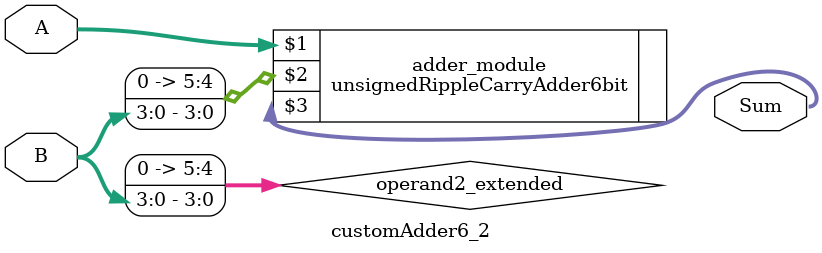
<source format=v>

module customAdder6_2(
                    input [5 : 0] A,
                    input [3 : 0] B,
                    
                    output [6 : 0] Sum
            );

    wire [5 : 0] operand2_extended;
    
    assign operand2_extended =  {2'b0, B};
    
    unsignedRippleCarryAdder6bit adder_module(
        A,
        operand2_extended,
        Sum
    );
    
endmodule
        
</source>
